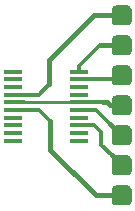
<source format=gbr>
G04 #@! TF.GenerationSoftware,KiCad,Pcbnew,(5.0.0-rc2-dev-607-gccb668c10)*
G04 #@! TF.CreationDate,2018-05-21T23:33:05+02:00*
G04 #@! TF.ProjectId,stm32,73746D33322E6B696361645F70636200,rev?*
G04 #@! TF.SameCoordinates,PX91d11a0PY65a4820*
G04 #@! TF.FileFunction,Copper,L1,Top,Signal*
G04 #@! TF.FilePolarity,Positive*
%FSLAX46Y46*%
G04 Gerber Fmt 4.6, Leading zero omitted, Abs format (unit mm)*
G04 Created by KiCad (PCBNEW (5.0.0-rc2-dev-607-gccb668c10)) date Mon May 21 23:33:05 2018*
%MOMM*%
%LPD*%
G01*
G04 APERTURE LIST*
%ADD10C,0.100000*%
%ADD11C,1.700000*%
%ADD12R,1.600000X0.300000*%
%ADD13C,0.381000*%
%ADD14C,0.304800*%
%ADD15C,0.250000*%
G04 APERTURE END LIST*
D10*
G36*
X11946657Y2697954D02*
X11987913Y2691834D01*
X12028371Y2681700D01*
X12067640Y2667649D01*
X12105344Y2649817D01*
X12141117Y2628375D01*
X12174617Y2603529D01*
X12205520Y2575520D01*
X12233529Y2544617D01*
X12258375Y2511117D01*
X12279817Y2475344D01*
X12297649Y2437640D01*
X12311700Y2398371D01*
X12321834Y2357913D01*
X12327954Y2316657D01*
X12330000Y2275000D01*
X12330000Y1425000D01*
X12327954Y1383343D01*
X12321834Y1342087D01*
X12311700Y1301629D01*
X12297649Y1262360D01*
X12279817Y1224656D01*
X12258375Y1188883D01*
X12233529Y1155383D01*
X12205520Y1124480D01*
X12174617Y1096471D01*
X12141117Y1071625D01*
X12105344Y1050183D01*
X12067640Y1032351D01*
X12028371Y1018300D01*
X11987913Y1008166D01*
X11946657Y1002046D01*
X11905000Y1000000D01*
X11055000Y1000000D01*
X11013343Y1002046D01*
X10972087Y1008166D01*
X10931629Y1018300D01*
X10892360Y1032351D01*
X10854656Y1050183D01*
X10818883Y1071625D01*
X10785383Y1096471D01*
X10754480Y1124480D01*
X10726471Y1155383D01*
X10701625Y1188883D01*
X10680183Y1224656D01*
X10662351Y1262360D01*
X10648300Y1301629D01*
X10638166Y1342087D01*
X10632046Y1383343D01*
X10630000Y1425000D01*
X10630000Y2275000D01*
X10632046Y2316657D01*
X10638166Y2357913D01*
X10648300Y2398371D01*
X10662351Y2437640D01*
X10680183Y2475344D01*
X10701625Y2511117D01*
X10726471Y2544617D01*
X10754480Y2575520D01*
X10785383Y2603529D01*
X10818883Y2628375D01*
X10854656Y2649817D01*
X10892360Y2667649D01*
X10931629Y2681700D01*
X10972087Y2691834D01*
X11013343Y2697954D01*
X11055000Y2700000D01*
X11905000Y2700000D01*
X11946657Y2697954D01*
X11946657Y2697954D01*
G37*
D11*
X11480000Y1850000D03*
D10*
G36*
X11946657Y5237954D02*
X11987913Y5231834D01*
X12028371Y5221700D01*
X12067640Y5207649D01*
X12105344Y5189817D01*
X12141117Y5168375D01*
X12174617Y5143529D01*
X12205520Y5115520D01*
X12233529Y5084617D01*
X12258375Y5051117D01*
X12279817Y5015344D01*
X12297649Y4977640D01*
X12311700Y4938371D01*
X12321834Y4897913D01*
X12327954Y4856657D01*
X12330000Y4815000D01*
X12330000Y3965000D01*
X12327954Y3923343D01*
X12321834Y3882087D01*
X12311700Y3841629D01*
X12297649Y3802360D01*
X12279817Y3764656D01*
X12258375Y3728883D01*
X12233529Y3695383D01*
X12205520Y3664480D01*
X12174617Y3636471D01*
X12141117Y3611625D01*
X12105344Y3590183D01*
X12067640Y3572351D01*
X12028371Y3558300D01*
X11987913Y3548166D01*
X11946657Y3542046D01*
X11905000Y3540000D01*
X11055000Y3540000D01*
X11013343Y3542046D01*
X10972087Y3548166D01*
X10931629Y3558300D01*
X10892360Y3572351D01*
X10854656Y3590183D01*
X10818883Y3611625D01*
X10785383Y3636471D01*
X10754480Y3664480D01*
X10726471Y3695383D01*
X10701625Y3728883D01*
X10680183Y3764656D01*
X10662351Y3802360D01*
X10648300Y3841629D01*
X10638166Y3882087D01*
X10632046Y3923343D01*
X10630000Y3965000D01*
X10630000Y4815000D01*
X10632046Y4856657D01*
X10638166Y4897913D01*
X10648300Y4938371D01*
X10662351Y4977640D01*
X10680183Y5015344D01*
X10701625Y5051117D01*
X10726471Y5084617D01*
X10754480Y5115520D01*
X10785383Y5143529D01*
X10818883Y5168375D01*
X10854656Y5189817D01*
X10892360Y5207649D01*
X10931629Y5221700D01*
X10972087Y5231834D01*
X11013343Y5237954D01*
X11055000Y5240000D01*
X11905000Y5240000D01*
X11946657Y5237954D01*
X11946657Y5237954D01*
G37*
D11*
X11480000Y4390000D03*
D10*
G36*
X11946657Y7777954D02*
X11987913Y7771834D01*
X12028371Y7761700D01*
X12067640Y7747649D01*
X12105344Y7729817D01*
X12141117Y7708375D01*
X12174617Y7683529D01*
X12205520Y7655520D01*
X12233529Y7624617D01*
X12258375Y7591117D01*
X12279817Y7555344D01*
X12297649Y7517640D01*
X12311700Y7478371D01*
X12321834Y7437913D01*
X12327954Y7396657D01*
X12330000Y7355000D01*
X12330000Y6505000D01*
X12327954Y6463343D01*
X12321834Y6422087D01*
X12311700Y6381629D01*
X12297649Y6342360D01*
X12279817Y6304656D01*
X12258375Y6268883D01*
X12233529Y6235383D01*
X12205520Y6204480D01*
X12174617Y6176471D01*
X12141117Y6151625D01*
X12105344Y6130183D01*
X12067640Y6112351D01*
X12028371Y6098300D01*
X11987913Y6088166D01*
X11946657Y6082046D01*
X11905000Y6080000D01*
X11055000Y6080000D01*
X11013343Y6082046D01*
X10972087Y6088166D01*
X10931629Y6098300D01*
X10892360Y6112351D01*
X10854656Y6130183D01*
X10818883Y6151625D01*
X10785383Y6176471D01*
X10754480Y6204480D01*
X10726471Y6235383D01*
X10701625Y6268883D01*
X10680183Y6304656D01*
X10662351Y6342360D01*
X10648300Y6381629D01*
X10638166Y6422087D01*
X10632046Y6463343D01*
X10630000Y6505000D01*
X10630000Y7355000D01*
X10632046Y7396657D01*
X10638166Y7437913D01*
X10648300Y7478371D01*
X10662351Y7517640D01*
X10680183Y7555344D01*
X10701625Y7591117D01*
X10726471Y7624617D01*
X10754480Y7655520D01*
X10785383Y7683529D01*
X10818883Y7708375D01*
X10854656Y7729817D01*
X10892360Y7747649D01*
X10931629Y7761700D01*
X10972087Y7771834D01*
X11013343Y7777954D01*
X11055000Y7780000D01*
X11905000Y7780000D01*
X11946657Y7777954D01*
X11946657Y7777954D01*
G37*
D11*
X11480000Y6930000D03*
D10*
G36*
X11946657Y10317954D02*
X11987913Y10311834D01*
X12028371Y10301700D01*
X12067640Y10287649D01*
X12105344Y10269817D01*
X12141117Y10248375D01*
X12174617Y10223529D01*
X12205520Y10195520D01*
X12233529Y10164617D01*
X12258375Y10131117D01*
X12279817Y10095344D01*
X12297649Y10057640D01*
X12311700Y10018371D01*
X12321834Y9977913D01*
X12327954Y9936657D01*
X12330000Y9895000D01*
X12330000Y9045000D01*
X12327954Y9003343D01*
X12321834Y8962087D01*
X12311700Y8921629D01*
X12297649Y8882360D01*
X12279817Y8844656D01*
X12258375Y8808883D01*
X12233529Y8775383D01*
X12205520Y8744480D01*
X12174617Y8716471D01*
X12141117Y8691625D01*
X12105344Y8670183D01*
X12067640Y8652351D01*
X12028371Y8638300D01*
X11987913Y8628166D01*
X11946657Y8622046D01*
X11905000Y8620000D01*
X11055000Y8620000D01*
X11013343Y8622046D01*
X10972087Y8628166D01*
X10931629Y8638300D01*
X10892360Y8652351D01*
X10854656Y8670183D01*
X10818883Y8691625D01*
X10785383Y8716471D01*
X10754480Y8744480D01*
X10726471Y8775383D01*
X10701625Y8808883D01*
X10680183Y8844656D01*
X10662351Y8882360D01*
X10648300Y8921629D01*
X10638166Y8962087D01*
X10632046Y9003343D01*
X10630000Y9045000D01*
X10630000Y9895000D01*
X10632046Y9936657D01*
X10638166Y9977913D01*
X10648300Y10018371D01*
X10662351Y10057640D01*
X10680183Y10095344D01*
X10701625Y10131117D01*
X10726471Y10164617D01*
X10754480Y10195520D01*
X10785383Y10223529D01*
X10818883Y10248375D01*
X10854656Y10269817D01*
X10892360Y10287649D01*
X10931629Y10301700D01*
X10972087Y10311834D01*
X11013343Y10317954D01*
X11055000Y10320000D01*
X11905000Y10320000D01*
X11946657Y10317954D01*
X11946657Y10317954D01*
G37*
D11*
X11480000Y9470000D03*
D10*
G36*
X11946657Y12857954D02*
X11987913Y12851834D01*
X12028371Y12841700D01*
X12067640Y12827649D01*
X12105344Y12809817D01*
X12141117Y12788375D01*
X12174617Y12763529D01*
X12205520Y12735520D01*
X12233529Y12704617D01*
X12258375Y12671117D01*
X12279817Y12635344D01*
X12297649Y12597640D01*
X12311700Y12558371D01*
X12321834Y12517913D01*
X12327954Y12476657D01*
X12330000Y12435000D01*
X12330000Y11585000D01*
X12327954Y11543343D01*
X12321834Y11502087D01*
X12311700Y11461629D01*
X12297649Y11422360D01*
X12279817Y11384656D01*
X12258375Y11348883D01*
X12233529Y11315383D01*
X12205520Y11284480D01*
X12174617Y11256471D01*
X12141117Y11231625D01*
X12105344Y11210183D01*
X12067640Y11192351D01*
X12028371Y11178300D01*
X11987913Y11168166D01*
X11946657Y11162046D01*
X11905000Y11160000D01*
X11055000Y11160000D01*
X11013343Y11162046D01*
X10972087Y11168166D01*
X10931629Y11178300D01*
X10892360Y11192351D01*
X10854656Y11210183D01*
X10818883Y11231625D01*
X10785383Y11256471D01*
X10754480Y11284480D01*
X10726471Y11315383D01*
X10701625Y11348883D01*
X10680183Y11384656D01*
X10662351Y11422360D01*
X10648300Y11461629D01*
X10638166Y11502087D01*
X10632046Y11543343D01*
X10630000Y11585000D01*
X10630000Y12435000D01*
X10632046Y12476657D01*
X10638166Y12517913D01*
X10648300Y12558371D01*
X10662351Y12597640D01*
X10680183Y12635344D01*
X10701625Y12671117D01*
X10726471Y12704617D01*
X10754480Y12735520D01*
X10785383Y12763529D01*
X10818883Y12788375D01*
X10854656Y12809817D01*
X10892360Y12827649D01*
X10931629Y12841700D01*
X10972087Y12851834D01*
X11013343Y12857954D01*
X11055000Y12860000D01*
X11905000Y12860000D01*
X11946657Y12857954D01*
X11946657Y12857954D01*
G37*
D11*
X11480000Y12010000D03*
D10*
G36*
X11946657Y15397954D02*
X11987913Y15391834D01*
X12028371Y15381700D01*
X12067640Y15367649D01*
X12105344Y15349817D01*
X12141117Y15328375D01*
X12174617Y15303529D01*
X12205520Y15275520D01*
X12233529Y15244617D01*
X12258375Y15211117D01*
X12279817Y15175344D01*
X12297649Y15137640D01*
X12311700Y15098371D01*
X12321834Y15057913D01*
X12327954Y15016657D01*
X12330000Y14975000D01*
X12330000Y14125000D01*
X12327954Y14083343D01*
X12321834Y14042087D01*
X12311700Y14001629D01*
X12297649Y13962360D01*
X12279817Y13924656D01*
X12258375Y13888883D01*
X12233529Y13855383D01*
X12205520Y13824480D01*
X12174617Y13796471D01*
X12141117Y13771625D01*
X12105344Y13750183D01*
X12067640Y13732351D01*
X12028371Y13718300D01*
X11987913Y13708166D01*
X11946657Y13702046D01*
X11905000Y13700000D01*
X11055000Y13700000D01*
X11013343Y13702046D01*
X10972087Y13708166D01*
X10931629Y13718300D01*
X10892360Y13732351D01*
X10854656Y13750183D01*
X10818883Y13771625D01*
X10785383Y13796471D01*
X10754480Y13824480D01*
X10726471Y13855383D01*
X10701625Y13888883D01*
X10680183Y13924656D01*
X10662351Y13962360D01*
X10648300Y14001629D01*
X10638166Y14042087D01*
X10632046Y14083343D01*
X10630000Y14125000D01*
X10630000Y14975000D01*
X10632046Y15016657D01*
X10638166Y15057913D01*
X10648300Y15098371D01*
X10662351Y15137640D01*
X10680183Y15175344D01*
X10701625Y15211117D01*
X10726471Y15244617D01*
X10754480Y15275520D01*
X10785383Y15303529D01*
X10818883Y15328375D01*
X10854656Y15349817D01*
X10892360Y15367649D01*
X10931629Y15381700D01*
X10972087Y15391834D01*
X11013343Y15397954D01*
X11055000Y15400000D01*
X11905000Y15400000D01*
X11946657Y15397954D01*
X11946657Y15397954D01*
G37*
D11*
X11480000Y14550000D03*
D10*
G36*
X11946657Y17937954D02*
X11987913Y17931834D01*
X12028371Y17921700D01*
X12067640Y17907649D01*
X12105344Y17889817D01*
X12141117Y17868375D01*
X12174617Y17843529D01*
X12205520Y17815520D01*
X12233529Y17784617D01*
X12258375Y17751117D01*
X12279817Y17715344D01*
X12297649Y17677640D01*
X12311700Y17638371D01*
X12321834Y17597913D01*
X12327954Y17556657D01*
X12330000Y17515000D01*
X12330000Y16665000D01*
X12327954Y16623343D01*
X12321834Y16582087D01*
X12311700Y16541629D01*
X12297649Y16502360D01*
X12279817Y16464656D01*
X12258375Y16428883D01*
X12233529Y16395383D01*
X12205520Y16364480D01*
X12174617Y16336471D01*
X12141117Y16311625D01*
X12105344Y16290183D01*
X12067640Y16272351D01*
X12028371Y16258300D01*
X11987913Y16248166D01*
X11946657Y16242046D01*
X11905000Y16240000D01*
X11055000Y16240000D01*
X11013343Y16242046D01*
X10972087Y16248166D01*
X10931629Y16258300D01*
X10892360Y16272351D01*
X10854656Y16290183D01*
X10818883Y16311625D01*
X10785383Y16336471D01*
X10754480Y16364480D01*
X10726471Y16395383D01*
X10701625Y16428883D01*
X10680183Y16464656D01*
X10662351Y16502360D01*
X10648300Y16541629D01*
X10638166Y16582087D01*
X10632046Y16623343D01*
X10630000Y16665000D01*
X10630000Y17515000D01*
X10632046Y17556657D01*
X10638166Y17597913D01*
X10648300Y17638371D01*
X10662351Y17677640D01*
X10680183Y17715344D01*
X10701625Y17751117D01*
X10726471Y17784617D01*
X10754480Y17815520D01*
X10785383Y17843529D01*
X10818883Y17868375D01*
X10854656Y17889817D01*
X10892360Y17907649D01*
X10931629Y17921700D01*
X10972087Y17931834D01*
X11013343Y17937954D01*
X11055000Y17940000D01*
X11905000Y17940000D01*
X11946657Y17937954D01*
X11946657Y17937954D01*
G37*
D11*
X11480000Y17090000D03*
D12*
X2260000Y12325000D03*
X2260000Y11675000D03*
X2260000Y11025000D03*
X2260000Y10375000D03*
X2260000Y9725000D03*
X2260000Y9075000D03*
X2260000Y8425000D03*
X2260000Y7775000D03*
X2260000Y7125000D03*
X2260000Y6475000D03*
X7860000Y6475000D03*
X7860000Y7125000D03*
X7860000Y7775000D03*
X7860000Y8425000D03*
X7860000Y9075000D03*
X7860000Y9725000D03*
X7860000Y10375000D03*
X7860000Y11025000D03*
X7860000Y11675000D03*
X7860000Y12325000D03*
D13*
X10277919Y17090000D02*
X11480000Y17090000D01*
X5350000Y13300000D02*
X9140000Y17090000D01*
X9140000Y17090000D02*
X10277919Y17090000D01*
X5350000Y11270000D02*
X5350000Y13300000D01*
D14*
X2110000Y10375000D02*
X4455000Y10375000D01*
X4455000Y10375000D02*
X5350000Y11270000D01*
D15*
X3216000Y9725000D02*
X8010000Y9725000D01*
D14*
X2110000Y9725000D02*
X3216000Y9725000D01*
D13*
X11225000Y9725000D02*
X11480000Y9470000D01*
X10275000Y9725000D02*
X9900000Y9725000D01*
X10530000Y9470000D02*
X10275000Y9725000D01*
X11480000Y9470000D02*
X10530000Y9470000D01*
D14*
X7860000Y9725000D02*
X9900000Y9725000D01*
X9900000Y9725000D02*
X10145000Y9725000D01*
D13*
X9340000Y1850000D02*
X11480000Y1850000D01*
X5460000Y8130000D02*
X5460000Y5730000D01*
X5460000Y5730000D02*
X9340000Y1850000D01*
D14*
X4515000Y9075000D02*
X2260000Y9075000D01*
X5460000Y8130000D02*
X4515000Y9075000D01*
X9720000Y6150000D02*
X10630001Y5239999D01*
D13*
X10630001Y5239999D02*
X11480000Y4390000D01*
D14*
X8010000Y7775000D02*
X9116000Y7775000D01*
X9720000Y7171000D02*
X9720000Y6150000D01*
X9116000Y7775000D02*
X9720000Y7171000D01*
D13*
X11480000Y6930000D02*
X10520000Y7890000D01*
D14*
X9335000Y9075000D02*
X10520000Y7890000D01*
X8010000Y9075000D02*
X9335000Y9075000D01*
D13*
X11145000Y11675000D02*
X11480000Y12010000D01*
D14*
X8010000Y11675000D02*
X11145000Y11675000D01*
D13*
X11480000Y14550000D02*
X9685000Y14550000D01*
D14*
X9630200Y14550000D02*
X9685000Y14550000D01*
X7860000Y12779800D02*
X9630200Y14550000D01*
X7860000Y12325000D02*
X7860000Y12779800D01*
M02*

</source>
